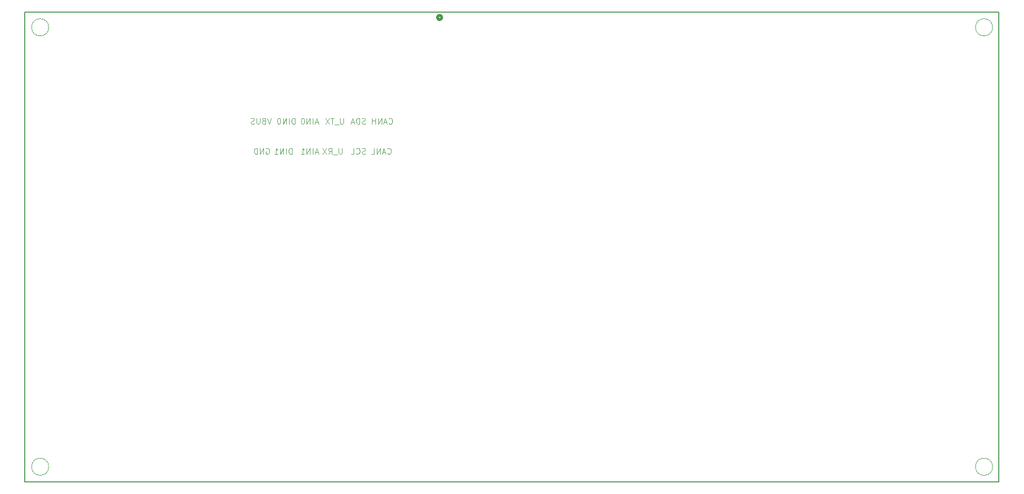
<source format=gbr>
%TF.GenerationSoftware,KiCad,Pcbnew,8.0.0-rc1*%
%TF.CreationDate,2024-02-28T14:24:43+09:00*%
%TF.ProjectId,KDL,4b444c2e-6b69-4636-9164-5f7063625858,rev?*%
%TF.SameCoordinates,Original*%
%TF.FileFunction,Profile,NP*%
%FSLAX46Y46*%
G04 Gerber Fmt 4.6, Leading zero omitted, Abs format (unit mm)*
G04 Created by KiCad (PCBNEW 8.0.0-rc1) date 2024-02-28 14:24:43*
%MOMM*%
%LPD*%
G01*
G04 APERTURE LIST*
%TA.AperFunction,Profile*%
%ADD10C,0.050000*%
%TD*%
%TA.AperFunction,Profile*%
%ADD11C,0.200000*%
%TD*%
%ADD12C,0.100000*%
%ADD13C,0.508000*%
G04 APERTURE END LIST*
D10*
X48750000Y-123002800D02*
G75*
G02*
X45750000Y-123002800I-1500000J0D01*
G01*
X45750000Y-123002800D02*
G75*
G02*
X48750000Y-123002800I1500000J0D01*
G01*
D11*
X44600000Y-43602800D02*
X214600000Y-43602800D01*
X214600000Y-125602800D01*
X44600000Y-125602800D01*
X44600000Y-43602800D01*
D10*
X213500000Y-123002800D02*
G75*
G02*
X210500000Y-123002800I-1500000J0D01*
G01*
X210500000Y-123002800D02*
G75*
G02*
X213500000Y-123002800I1500000J0D01*
G01*
X213500000Y-46252800D02*
G75*
G02*
X210500000Y-46252800I-1500000J0D01*
G01*
X210500000Y-46252800D02*
G75*
G02*
X213500000Y-46252800I1500000J0D01*
G01*
X48750000Y-46252800D02*
G75*
G02*
X45750000Y-46252800I-1500000J0D01*
G01*
X45750000Y-46252800D02*
G75*
G02*
X48750000Y-46252800I1500000J0D01*
G01*
D12*
X100196115Y-62125219D02*
X100196115Y-62934742D01*
X100196115Y-62934742D02*
X100148496Y-63029980D01*
X100148496Y-63029980D02*
X100100877Y-63077600D01*
X100100877Y-63077600D02*
X100005639Y-63125219D01*
X100005639Y-63125219D02*
X99815163Y-63125219D01*
X99815163Y-63125219D02*
X99719925Y-63077600D01*
X99719925Y-63077600D02*
X99672306Y-63029980D01*
X99672306Y-63029980D02*
X99624687Y-62934742D01*
X99624687Y-62934742D02*
X99624687Y-62125219D01*
X99386592Y-63220457D02*
X98624687Y-63220457D01*
X98529448Y-62125219D02*
X97958020Y-62125219D01*
X98243734Y-63125219D02*
X98243734Y-62125219D01*
X97719924Y-62125219D02*
X97053258Y-63125219D01*
X97053258Y-62125219D02*
X97719924Y-63125219D01*
X99946115Y-67375219D02*
X99946115Y-68184742D01*
X99946115Y-68184742D02*
X99898496Y-68279980D01*
X99898496Y-68279980D02*
X99850877Y-68327600D01*
X99850877Y-68327600D02*
X99755639Y-68375219D01*
X99755639Y-68375219D02*
X99565163Y-68375219D01*
X99565163Y-68375219D02*
X99469925Y-68327600D01*
X99469925Y-68327600D02*
X99422306Y-68279980D01*
X99422306Y-68279980D02*
X99374687Y-68184742D01*
X99374687Y-68184742D02*
X99374687Y-67375219D01*
X99136592Y-68470457D02*
X98374687Y-68470457D01*
X97565163Y-68375219D02*
X97898496Y-67899028D01*
X98136591Y-68375219D02*
X98136591Y-67375219D01*
X98136591Y-67375219D02*
X97755639Y-67375219D01*
X97755639Y-67375219D02*
X97660401Y-67422838D01*
X97660401Y-67422838D02*
X97612782Y-67470457D01*
X97612782Y-67470457D02*
X97565163Y-67565695D01*
X97565163Y-67565695D02*
X97565163Y-67708552D01*
X97565163Y-67708552D02*
X97612782Y-67803790D01*
X97612782Y-67803790D02*
X97660401Y-67851409D01*
X97660401Y-67851409D02*
X97755639Y-67899028D01*
X97755639Y-67899028D02*
X98136591Y-67899028D01*
X97231829Y-67375219D02*
X96565163Y-68375219D01*
X96565163Y-67375219D02*
X97231829Y-68375219D01*
X108124687Y-63029980D02*
X108172306Y-63077600D01*
X108172306Y-63077600D02*
X108315163Y-63125219D01*
X108315163Y-63125219D02*
X108410401Y-63125219D01*
X108410401Y-63125219D02*
X108553258Y-63077600D01*
X108553258Y-63077600D02*
X108648496Y-62982361D01*
X108648496Y-62982361D02*
X108696115Y-62887123D01*
X108696115Y-62887123D02*
X108743734Y-62696647D01*
X108743734Y-62696647D02*
X108743734Y-62553790D01*
X108743734Y-62553790D02*
X108696115Y-62363314D01*
X108696115Y-62363314D02*
X108648496Y-62268076D01*
X108648496Y-62268076D02*
X108553258Y-62172838D01*
X108553258Y-62172838D02*
X108410401Y-62125219D01*
X108410401Y-62125219D02*
X108315163Y-62125219D01*
X108315163Y-62125219D02*
X108172306Y-62172838D01*
X108172306Y-62172838D02*
X108124687Y-62220457D01*
X107743734Y-62839504D02*
X107267544Y-62839504D01*
X107838972Y-63125219D02*
X107505639Y-62125219D01*
X107505639Y-62125219D02*
X107172306Y-63125219D01*
X106838972Y-63125219D02*
X106838972Y-62125219D01*
X106838972Y-62125219D02*
X106267544Y-63125219D01*
X106267544Y-63125219D02*
X106267544Y-62125219D01*
X105791353Y-63125219D02*
X105791353Y-62125219D01*
X105791353Y-62601409D02*
X105219925Y-62601409D01*
X105219925Y-63125219D02*
X105219925Y-62125219D01*
X95743734Y-62839504D02*
X95267544Y-62839504D01*
X95838972Y-63125219D02*
X95505639Y-62125219D01*
X95505639Y-62125219D02*
X95172306Y-63125219D01*
X94838972Y-63125219D02*
X94838972Y-62125219D01*
X94362782Y-63125219D02*
X94362782Y-62125219D01*
X94362782Y-62125219D02*
X93791354Y-63125219D01*
X93791354Y-63125219D02*
X93791354Y-62125219D01*
X93124687Y-62125219D02*
X93029449Y-62125219D01*
X93029449Y-62125219D02*
X92934211Y-62172838D01*
X92934211Y-62172838D02*
X92886592Y-62220457D01*
X92886592Y-62220457D02*
X92838973Y-62315695D01*
X92838973Y-62315695D02*
X92791354Y-62506171D01*
X92791354Y-62506171D02*
X92791354Y-62744266D01*
X92791354Y-62744266D02*
X92838973Y-62934742D01*
X92838973Y-62934742D02*
X92886592Y-63029980D01*
X92886592Y-63029980D02*
X92934211Y-63077600D01*
X92934211Y-63077600D02*
X93029449Y-63125219D01*
X93029449Y-63125219D02*
X93124687Y-63125219D01*
X93124687Y-63125219D02*
X93219925Y-63077600D01*
X93219925Y-63077600D02*
X93267544Y-63029980D01*
X93267544Y-63029980D02*
X93315163Y-62934742D01*
X93315163Y-62934742D02*
X93362782Y-62744266D01*
X93362782Y-62744266D02*
X93362782Y-62506171D01*
X93362782Y-62506171D02*
X93315163Y-62315695D01*
X93315163Y-62315695D02*
X93267544Y-62220457D01*
X93267544Y-62220457D02*
X93219925Y-62172838D01*
X93219925Y-62172838D02*
X93124687Y-62125219D01*
X103993734Y-68327600D02*
X103850877Y-68375219D01*
X103850877Y-68375219D02*
X103612782Y-68375219D01*
X103612782Y-68375219D02*
X103517544Y-68327600D01*
X103517544Y-68327600D02*
X103469925Y-68279980D01*
X103469925Y-68279980D02*
X103422306Y-68184742D01*
X103422306Y-68184742D02*
X103422306Y-68089504D01*
X103422306Y-68089504D02*
X103469925Y-67994266D01*
X103469925Y-67994266D02*
X103517544Y-67946647D01*
X103517544Y-67946647D02*
X103612782Y-67899028D01*
X103612782Y-67899028D02*
X103803258Y-67851409D01*
X103803258Y-67851409D02*
X103898496Y-67803790D01*
X103898496Y-67803790D02*
X103946115Y-67756171D01*
X103946115Y-67756171D02*
X103993734Y-67660933D01*
X103993734Y-67660933D02*
X103993734Y-67565695D01*
X103993734Y-67565695D02*
X103946115Y-67470457D01*
X103946115Y-67470457D02*
X103898496Y-67422838D01*
X103898496Y-67422838D02*
X103803258Y-67375219D01*
X103803258Y-67375219D02*
X103565163Y-67375219D01*
X103565163Y-67375219D02*
X103422306Y-67422838D01*
X102422306Y-68279980D02*
X102469925Y-68327600D01*
X102469925Y-68327600D02*
X102612782Y-68375219D01*
X102612782Y-68375219D02*
X102708020Y-68375219D01*
X102708020Y-68375219D02*
X102850877Y-68327600D01*
X102850877Y-68327600D02*
X102946115Y-68232361D01*
X102946115Y-68232361D02*
X102993734Y-68137123D01*
X102993734Y-68137123D02*
X103041353Y-67946647D01*
X103041353Y-67946647D02*
X103041353Y-67803790D01*
X103041353Y-67803790D02*
X102993734Y-67613314D01*
X102993734Y-67613314D02*
X102946115Y-67518076D01*
X102946115Y-67518076D02*
X102850877Y-67422838D01*
X102850877Y-67422838D02*
X102708020Y-67375219D01*
X102708020Y-67375219D02*
X102612782Y-67375219D01*
X102612782Y-67375219D02*
X102469925Y-67422838D01*
X102469925Y-67422838D02*
X102422306Y-67470457D01*
X101517544Y-68375219D02*
X101993734Y-68375219D01*
X101993734Y-68375219D02*
X101993734Y-67375219D01*
X87588972Y-62125219D02*
X87255639Y-63125219D01*
X87255639Y-63125219D02*
X86922306Y-62125219D01*
X86255639Y-62601409D02*
X86112782Y-62649028D01*
X86112782Y-62649028D02*
X86065163Y-62696647D01*
X86065163Y-62696647D02*
X86017544Y-62791885D01*
X86017544Y-62791885D02*
X86017544Y-62934742D01*
X86017544Y-62934742D02*
X86065163Y-63029980D01*
X86065163Y-63029980D02*
X86112782Y-63077600D01*
X86112782Y-63077600D02*
X86208020Y-63125219D01*
X86208020Y-63125219D02*
X86588972Y-63125219D01*
X86588972Y-63125219D02*
X86588972Y-62125219D01*
X86588972Y-62125219D02*
X86255639Y-62125219D01*
X86255639Y-62125219D02*
X86160401Y-62172838D01*
X86160401Y-62172838D02*
X86112782Y-62220457D01*
X86112782Y-62220457D02*
X86065163Y-62315695D01*
X86065163Y-62315695D02*
X86065163Y-62410933D01*
X86065163Y-62410933D02*
X86112782Y-62506171D01*
X86112782Y-62506171D02*
X86160401Y-62553790D01*
X86160401Y-62553790D02*
X86255639Y-62601409D01*
X86255639Y-62601409D02*
X86588972Y-62601409D01*
X85588972Y-62125219D02*
X85588972Y-62934742D01*
X85588972Y-62934742D02*
X85541353Y-63029980D01*
X85541353Y-63029980D02*
X85493734Y-63077600D01*
X85493734Y-63077600D02*
X85398496Y-63125219D01*
X85398496Y-63125219D02*
X85208020Y-63125219D01*
X85208020Y-63125219D02*
X85112782Y-63077600D01*
X85112782Y-63077600D02*
X85065163Y-63029980D01*
X85065163Y-63029980D02*
X85017544Y-62934742D01*
X85017544Y-62934742D02*
X85017544Y-62125219D01*
X84588972Y-63077600D02*
X84446115Y-63125219D01*
X84446115Y-63125219D02*
X84208020Y-63125219D01*
X84208020Y-63125219D02*
X84112782Y-63077600D01*
X84112782Y-63077600D02*
X84065163Y-63029980D01*
X84065163Y-63029980D02*
X84017544Y-62934742D01*
X84017544Y-62934742D02*
X84017544Y-62839504D01*
X84017544Y-62839504D02*
X84065163Y-62744266D01*
X84065163Y-62744266D02*
X84112782Y-62696647D01*
X84112782Y-62696647D02*
X84208020Y-62649028D01*
X84208020Y-62649028D02*
X84398496Y-62601409D01*
X84398496Y-62601409D02*
X84493734Y-62553790D01*
X84493734Y-62553790D02*
X84541353Y-62506171D01*
X84541353Y-62506171D02*
X84588972Y-62410933D01*
X84588972Y-62410933D02*
X84588972Y-62315695D01*
X84588972Y-62315695D02*
X84541353Y-62220457D01*
X84541353Y-62220457D02*
X84493734Y-62172838D01*
X84493734Y-62172838D02*
X84398496Y-62125219D01*
X84398496Y-62125219D02*
X84160401Y-62125219D01*
X84160401Y-62125219D02*
X84017544Y-62172838D01*
X86672306Y-67422838D02*
X86767544Y-67375219D01*
X86767544Y-67375219D02*
X86910401Y-67375219D01*
X86910401Y-67375219D02*
X87053258Y-67422838D01*
X87053258Y-67422838D02*
X87148496Y-67518076D01*
X87148496Y-67518076D02*
X87196115Y-67613314D01*
X87196115Y-67613314D02*
X87243734Y-67803790D01*
X87243734Y-67803790D02*
X87243734Y-67946647D01*
X87243734Y-67946647D02*
X87196115Y-68137123D01*
X87196115Y-68137123D02*
X87148496Y-68232361D01*
X87148496Y-68232361D02*
X87053258Y-68327600D01*
X87053258Y-68327600D02*
X86910401Y-68375219D01*
X86910401Y-68375219D02*
X86815163Y-68375219D01*
X86815163Y-68375219D02*
X86672306Y-68327600D01*
X86672306Y-68327600D02*
X86624687Y-68279980D01*
X86624687Y-68279980D02*
X86624687Y-67946647D01*
X86624687Y-67946647D02*
X86815163Y-67946647D01*
X86196115Y-68375219D02*
X86196115Y-67375219D01*
X86196115Y-67375219D02*
X85624687Y-68375219D01*
X85624687Y-68375219D02*
X85624687Y-67375219D01*
X85148496Y-68375219D02*
X85148496Y-67375219D01*
X85148496Y-67375219D02*
X84910401Y-67375219D01*
X84910401Y-67375219D02*
X84767544Y-67422838D01*
X84767544Y-67422838D02*
X84672306Y-67518076D01*
X84672306Y-67518076D02*
X84624687Y-67613314D01*
X84624687Y-67613314D02*
X84577068Y-67803790D01*
X84577068Y-67803790D02*
X84577068Y-67946647D01*
X84577068Y-67946647D02*
X84624687Y-68137123D01*
X84624687Y-68137123D02*
X84672306Y-68232361D01*
X84672306Y-68232361D02*
X84767544Y-68327600D01*
X84767544Y-68327600D02*
X84910401Y-68375219D01*
X84910401Y-68375219D02*
X85148496Y-68375219D01*
X107874687Y-68279980D02*
X107922306Y-68327600D01*
X107922306Y-68327600D02*
X108065163Y-68375219D01*
X108065163Y-68375219D02*
X108160401Y-68375219D01*
X108160401Y-68375219D02*
X108303258Y-68327600D01*
X108303258Y-68327600D02*
X108398496Y-68232361D01*
X108398496Y-68232361D02*
X108446115Y-68137123D01*
X108446115Y-68137123D02*
X108493734Y-67946647D01*
X108493734Y-67946647D02*
X108493734Y-67803790D01*
X108493734Y-67803790D02*
X108446115Y-67613314D01*
X108446115Y-67613314D02*
X108398496Y-67518076D01*
X108398496Y-67518076D02*
X108303258Y-67422838D01*
X108303258Y-67422838D02*
X108160401Y-67375219D01*
X108160401Y-67375219D02*
X108065163Y-67375219D01*
X108065163Y-67375219D02*
X107922306Y-67422838D01*
X107922306Y-67422838D02*
X107874687Y-67470457D01*
X107493734Y-68089504D02*
X107017544Y-68089504D01*
X107588972Y-68375219D02*
X107255639Y-67375219D01*
X107255639Y-67375219D02*
X106922306Y-68375219D01*
X106588972Y-68375219D02*
X106588972Y-67375219D01*
X106588972Y-67375219D02*
X106017544Y-68375219D01*
X106017544Y-68375219D02*
X106017544Y-67375219D01*
X105065163Y-68375219D02*
X105541353Y-68375219D01*
X105541353Y-68375219D02*
X105541353Y-67375219D01*
X103993734Y-63077600D02*
X103850877Y-63125219D01*
X103850877Y-63125219D02*
X103612782Y-63125219D01*
X103612782Y-63125219D02*
X103517544Y-63077600D01*
X103517544Y-63077600D02*
X103469925Y-63029980D01*
X103469925Y-63029980D02*
X103422306Y-62934742D01*
X103422306Y-62934742D02*
X103422306Y-62839504D01*
X103422306Y-62839504D02*
X103469925Y-62744266D01*
X103469925Y-62744266D02*
X103517544Y-62696647D01*
X103517544Y-62696647D02*
X103612782Y-62649028D01*
X103612782Y-62649028D02*
X103803258Y-62601409D01*
X103803258Y-62601409D02*
X103898496Y-62553790D01*
X103898496Y-62553790D02*
X103946115Y-62506171D01*
X103946115Y-62506171D02*
X103993734Y-62410933D01*
X103993734Y-62410933D02*
X103993734Y-62315695D01*
X103993734Y-62315695D02*
X103946115Y-62220457D01*
X103946115Y-62220457D02*
X103898496Y-62172838D01*
X103898496Y-62172838D02*
X103803258Y-62125219D01*
X103803258Y-62125219D02*
X103565163Y-62125219D01*
X103565163Y-62125219D02*
X103422306Y-62172838D01*
X102993734Y-63125219D02*
X102993734Y-62125219D01*
X102993734Y-62125219D02*
X102755639Y-62125219D01*
X102755639Y-62125219D02*
X102612782Y-62172838D01*
X102612782Y-62172838D02*
X102517544Y-62268076D01*
X102517544Y-62268076D02*
X102469925Y-62363314D01*
X102469925Y-62363314D02*
X102422306Y-62553790D01*
X102422306Y-62553790D02*
X102422306Y-62696647D01*
X102422306Y-62696647D02*
X102469925Y-62887123D01*
X102469925Y-62887123D02*
X102517544Y-62982361D01*
X102517544Y-62982361D02*
X102612782Y-63077600D01*
X102612782Y-63077600D02*
X102755639Y-63125219D01*
X102755639Y-63125219D02*
X102993734Y-63125219D01*
X102041353Y-62839504D02*
X101565163Y-62839504D01*
X102136591Y-63125219D02*
X101803258Y-62125219D01*
X101803258Y-62125219D02*
X101469925Y-63125219D01*
X91196115Y-68375219D02*
X91196115Y-67375219D01*
X91196115Y-67375219D02*
X90958020Y-67375219D01*
X90958020Y-67375219D02*
X90815163Y-67422838D01*
X90815163Y-67422838D02*
X90719925Y-67518076D01*
X90719925Y-67518076D02*
X90672306Y-67613314D01*
X90672306Y-67613314D02*
X90624687Y-67803790D01*
X90624687Y-67803790D02*
X90624687Y-67946647D01*
X90624687Y-67946647D02*
X90672306Y-68137123D01*
X90672306Y-68137123D02*
X90719925Y-68232361D01*
X90719925Y-68232361D02*
X90815163Y-68327600D01*
X90815163Y-68327600D02*
X90958020Y-68375219D01*
X90958020Y-68375219D02*
X91196115Y-68375219D01*
X90196115Y-68375219D02*
X90196115Y-67375219D01*
X89719925Y-68375219D02*
X89719925Y-67375219D01*
X89719925Y-67375219D02*
X89148497Y-68375219D01*
X89148497Y-68375219D02*
X89148497Y-67375219D01*
X88148497Y-68375219D02*
X88719925Y-68375219D01*
X88434211Y-68375219D02*
X88434211Y-67375219D01*
X88434211Y-67375219D02*
X88529449Y-67518076D01*
X88529449Y-67518076D02*
X88624687Y-67613314D01*
X88624687Y-67613314D02*
X88719925Y-67660933D01*
X95743734Y-68089504D02*
X95267544Y-68089504D01*
X95838972Y-68375219D02*
X95505639Y-67375219D01*
X95505639Y-67375219D02*
X95172306Y-68375219D01*
X94838972Y-68375219D02*
X94838972Y-67375219D01*
X94362782Y-68375219D02*
X94362782Y-67375219D01*
X94362782Y-67375219D02*
X93791354Y-68375219D01*
X93791354Y-68375219D02*
X93791354Y-67375219D01*
X92791354Y-68375219D02*
X93362782Y-68375219D01*
X93077068Y-68375219D02*
X93077068Y-67375219D01*
X93077068Y-67375219D02*
X93172306Y-67518076D01*
X93172306Y-67518076D02*
X93267544Y-67613314D01*
X93267544Y-67613314D02*
X93362782Y-67660933D01*
X91696115Y-63125219D02*
X91696115Y-62125219D01*
X91696115Y-62125219D02*
X91458020Y-62125219D01*
X91458020Y-62125219D02*
X91315163Y-62172838D01*
X91315163Y-62172838D02*
X91219925Y-62268076D01*
X91219925Y-62268076D02*
X91172306Y-62363314D01*
X91172306Y-62363314D02*
X91124687Y-62553790D01*
X91124687Y-62553790D02*
X91124687Y-62696647D01*
X91124687Y-62696647D02*
X91172306Y-62887123D01*
X91172306Y-62887123D02*
X91219925Y-62982361D01*
X91219925Y-62982361D02*
X91315163Y-63077600D01*
X91315163Y-63077600D02*
X91458020Y-63125219D01*
X91458020Y-63125219D02*
X91696115Y-63125219D01*
X90696115Y-63125219D02*
X90696115Y-62125219D01*
X90219925Y-63125219D02*
X90219925Y-62125219D01*
X90219925Y-62125219D02*
X89648497Y-63125219D01*
X89648497Y-63125219D02*
X89648497Y-62125219D01*
X88981830Y-62125219D02*
X88886592Y-62125219D01*
X88886592Y-62125219D02*
X88791354Y-62172838D01*
X88791354Y-62172838D02*
X88743735Y-62220457D01*
X88743735Y-62220457D02*
X88696116Y-62315695D01*
X88696116Y-62315695D02*
X88648497Y-62506171D01*
X88648497Y-62506171D02*
X88648497Y-62744266D01*
X88648497Y-62744266D02*
X88696116Y-62934742D01*
X88696116Y-62934742D02*
X88743735Y-63029980D01*
X88743735Y-63029980D02*
X88791354Y-63077600D01*
X88791354Y-63077600D02*
X88886592Y-63125219D01*
X88886592Y-63125219D02*
X88981830Y-63125219D01*
X88981830Y-63125219D02*
X89077068Y-63077600D01*
X89077068Y-63077600D02*
X89124687Y-63029980D01*
X89124687Y-63029980D02*
X89172306Y-62934742D01*
X89172306Y-62934742D02*
X89219925Y-62744266D01*
X89219925Y-62744266D02*
X89219925Y-62506171D01*
X89219925Y-62506171D02*
X89172306Y-62315695D01*
X89172306Y-62315695D02*
X89124687Y-62220457D01*
X89124687Y-62220457D02*
X89077068Y-62172838D01*
X89077068Y-62172838D02*
X88981830Y-62125219D01*
D13*
%TO.C,J3*%
X117351199Y-44543200D02*
G75*
G02*
X116589199Y-44543200I-381000J0D01*
G01*
X116589199Y-44543200D02*
G75*
G02*
X117351199Y-44543200I381000J0D01*
G01*
%TD*%
M02*

</source>
